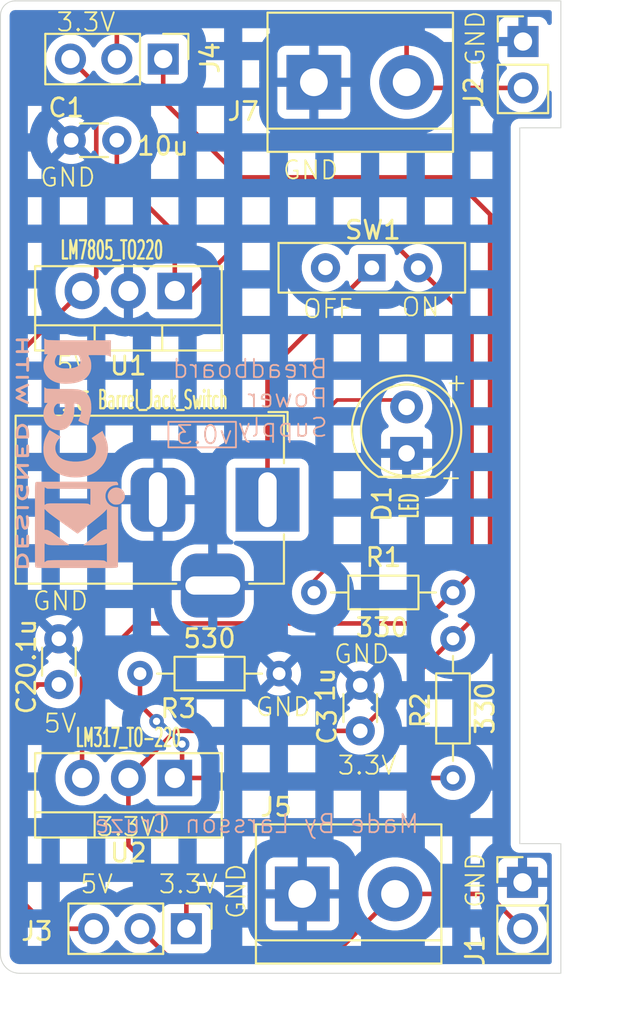
<source format=kicad_pcb>
(kicad_pcb (version 20241229) (generator "pcbnew") (generator_version "9.0")
  (title_block (rev "2"))
  (layers (0 "F.Cu" signal) (2 "B.Cu" signal) (13 "F.Paste" user) (15 "B.Paste" user) (5 "F.SilkS" user "F.Silkscreen") (7 "B.SilkS" user "B.Silkscreen") (1 "F.Mask" user) (3 "B.Mask" user) (25 "Edge.Cuts" user))
  (net 0 "")
  (net 1 "/12V")
  (net 2 "GND")
  (net 3 "/5V")
  (net 4 "/3.3V")
  (net 5 "Net-(D1-A)")
  (net 6 "/PWR_OUT_TOP")
  (net 7 "/PWR_input")
  (net 8 "Net-(U2-ADJ)")
  (net 10 "/PWR_OUT_BOTTOM")
  (footprint "Package_TO_SOT_THT:TO-220-3_Vertical" (layer "F.Cu") (at 82.55 103.505 180)
    (property "Reference" "U2" (at 2.54 -4.1 0) (layer "F.SilkS"))
    (property "Value" "LM317_TO-220" (at 2.55 2.205 0) (layer "F.SilkS") (effects (font (size 1 0.5))))
    (pad "1" thru_hole rect (at 0 0 180) (size 1.905 2) (drill 1.1) (layers "*.Cu" "*.Mask") (net 8 "Net-(U2-ADJ)"))
    (pad "2" thru_hole oval (at 2.54 0 180) (size 1.905 2) (drill 1.1) (layers "*.Cu" "*.Mask") (net 4 "/3.3V"))
    (pad "3" thru_hole oval (at 5.08 0 180) (size 1.905 2) (drill 1.1) (layers "*.Cu" "*.Mask") (net 1 "/12V"))
  )
  (footprint "TerminalBlock:TerminalBlock_bornier-2_P5.08mm" (layer "F.Cu") (at 90.17 65.405)
    (property "Reference" "J7" (at -3.87 1.595 0) (layer "F.SilkS"))
    (property "Value" "Screw_Terminal_01x02" (hide yes))
    (pad "1" thru_hole rect (at 0 0) (size 3 3) (drill 1.52) (layers "*.Cu" "*.Mask") (net 2 "GND"))
    (pad "2" thru_hole circle (at 5.08 0) (size 3 3) (drill 1.52) (layers "*.Cu" "*.Mask") (net 6 "/PWR_OUT_TOP"))
  )
  (footprint "Button_Switch_THT:SW_Slide-03_Wuerth-WS-SLTV_10x2.5x6.4_P2.54mm" (layer "F.Cu") (at 93.345 75.565)
    (property "Reference" "SW1" (at 0.055 -2.065 0) (layer "F.SilkS"))
    (property "Value" "SW_Wuerth_450301014042" (hide yes))
    (pad "1" thru_hole rect (at 0 0) (size 1.5 1.5) (drill 0.8) (layers "*.Cu" "*.Mask") (net 7 "/PWR_input"))
    (pad "2" thru_hole circle (at -2.54 0) (size 1.6 1.6) (drill 0.8) (layers "*.Cu" "*.Mask"))
    (pad "3" thru_hole circle (at 2.54 0) (size 1.6 1.6) (drill 0.8) (layers "*.Cu" "*.Mask") (net 1 "/12V"))
  )
  (footprint "Connector_PinHeader_2.54mm:PinHeader_1x03_P2.54mm_Vertical" (layer "F.Cu") (at 83.185 111.76 -90)
    (property "Reference" "J3" (at 0.14 8.185 180) (layer "F.SilkS"))
    (property "Value" "Conn_01x03_Pin" (hide yes))
    (pad "1" thru_hole rect (at 0 0 270) (size 1.7 1.7) (drill 1) (layers "*.Cu" "*.Mask") (net 4 "/3.3V"))
    (pad "2" thru_hole circle (at 0 2.54 270) (size 1.7 1.7) (drill 1) (layers "*.Cu" "*.Mask") (net 10 "/PWR_OUT_BOTTOM"))
    (pad "3" thru_hole circle (at 0 5.08 270) (size 1.7 1.7) (drill 1) (layers "*.Cu" "*.Mask") (net 3 "/5V"))
  )
  (footprint "Package_TO_SOT_THT:TO-220-3_Vertical" (layer "F.Cu") (at 82.55 76.835 180)
    (property "Reference" "U1" (at 2.55 -4.1 0) (layer "F.SilkS"))
    (property "Value" "LM7805_TO220" (at 3.45 2.235 0) (layer "F.SilkS") (effects (font (size 1 0.5))))
    (pad "1" thru_hole rect (at 0 0 180) (size 1.905 2) (drill 1.1) (layers "*.Cu" "*.Mask") (net 1 "/12V"))
    (pad "2" thru_hole oval (at 2.54 0 180) (size 1.905 2) (drill 1.1) (layers "*.Cu" "*.Mask") (net 2 "GND"))
    (pad "3" thru_hole oval (at 5.08 0 180) (size 1.905 2) (drill 1.1) (layers "*.Cu" "*.Mask") (net 3 "/5V"))
  )
  (footprint "Connector_BarrelJack:BarrelJack_Horizontal" (layer "F.Cu") (at 87.63 88.265)
    (property "Reference" "J6" (at -10.43 -5.365 0) (layer "F.SilkS"))
    (property "Value" "Barrel_Jack_Switch" (at -5.73 -5.465 0) (layer "F.SilkS") (effects (font (size 1 0.5))))
    (pad "1" thru_hole rect (at 0 0) (size 3.5 3.5) (drill oval 1 3) (layers "*.Cu" "*.Mask") (net 7 "/PWR_input"))
    (pad "2" thru_hole roundrect (at -6 0) (size 3 3.5) (drill oval 1 3) (layers "*.Cu" "*.Mask") (net 2 "GND"))
    (pad "3" thru_hole roundrect (at -3 4.7) (size 3.5 3.5) (drill oval 3 1) (layers "*.Cu" "*.Mask") (net 2 "GND"))
  )
  (footprint "Resistor_THT:R_Axial_DIN0204_L3.6mm_D1.6mm_P7.62mm_Horizontal" (layer "F.Cu") (at 97.79 103.505 90)
    (property "Reference" "R2" (at 3.705 -1.79 90) (layer "F.SilkS"))
    (property "Value" "330" (at 3.815 1.755 90) (layer "F.SilkS"))
    (pad "1" thru_hole circle (at 0 0 90) (size 1.4 1.4) (drill 0.7) (layers "*.Cu" "*.Mask") (net 8 "Net-(U2-ADJ)"))
    (pad "2" thru_hole circle (at 7.62 0 90) (size 1.4 1.4) (drill 0.7) (layers "*.Cu" "*.Mask") (net 4 "/3.3V"))
  )
  (footprint "LED_THT:LED_D5.0mm" (layer "F.Cu") (at 95.25 85.725 90)
    (property "Reference" "D1" (at -2.775 -1.35 90) (layer "F.SilkS"))
    (property "Value" "LED" (at -2.875 0.15 90) (layer "F.SilkS") (effects (font (size 1 0.5))))
    (pad "1" thru_hole rect (at 0 0 90) (size 1.8 1.8) (drill 0.9) (layers "*.Cu" "*.Mask") (net 2 "GND"))
    (pad "2" thru_hole circle (at 2.54 0 90) (size 1.8 1.8) (drill 0.9) (layers "*.Cu" "*.Mask") (net 5 "Net-(D1-A)"))
  )
  (footprint "Connector_PinHeader_2.54mm:PinHeader_1x03_P2.54mm_Vertical" (layer "F.Cu") (at 81.915 64.135 -90)
    (property "Reference" "J4" (at -0.065 -2.57 90) (layer "F.SilkS"))
    (property "Value" "Conn_01x03_Pin" (hide yes))
    (pad "1" thru_hole rect (at 0 0 270) (size 1.7 1.7) (drill 1) (layers "*.Cu" "*.Mask") (net 4 "/3.3V"))
    (pad "2" thru_hole circle (at 0 2.54 270) (size 1.7 1.7) (drill 1) (layers "*.Cu" "*.Mask") (net 6 "/PWR_OUT_TOP"))
    (pad "3" thru_hole circle (at 0 5.08 270) (size 1.7 1.7) (drill 1) (layers "*.Cu" "*.Mask") (net 3 "/5V"))
  )
  (footprint "Capacitor_THT:C_Disc_D3.0mm_W1.6mm_P2.50mm" (layer "F.Cu") (at 76.2 98.385 90)
    (property "Reference" "C2" (at -0.655 -1.775 90) (layer "F.SilkS"))
    (property "Value" "0.1u" (at 1.945 -1.775 90) (layer "F.SilkS"))
    (pad "1" thru_hole circle (at 0 0 90) (size 1.6 1.6) (drill 0.8) (layers "*.Cu" "*.Mask") (net 3 "/5V"))
    (pad "2" thru_hole circle (at 2.5 0 90) (size 1.6 1.6) (drill 0.8) (layers "*.Cu" "*.Mask") (net 2 "GND"))
  )
  (footprint "Capacitor_THT:C_Disc_D3.0mm_W1.6mm_P2.50mm" (layer "F.Cu") (at 92.71 100.925 90)
    (property "Reference" "C3" (at 0.225 -1.81 90) (layer "F.SilkS"))
    (property "Value" "1u" (at 2.525 -1.91 90) (layer "F.SilkS"))
    (pad "1" thru_hole circle (at 0 0 90) (size 1.6 1.6) (drill 0.8) (layers "*.Cu" "*.Mask") (net 4 "/3.3V"))
    (pad "2" thru_hole circle (at 2.5 0 90) (size 1.6 1.6) (drill 0.8) (layers "*.Cu" "*.Mask") (net 2 "GND"))
  )
  (footprint "Capacitor_THT:C_Disc_D3.0mm_W1.6mm_P2.50mm" (layer "F.Cu") (at 79.375 68.58 180)
    (property "Reference" "C1" (at 2.775 1.78 0) (layer "F.SilkS"))
    (property "Value" "10u" (at -2.525 -0.32 0) (layer "F.SilkS"))
    (pad "1" thru_hole circle (at 0 0 180) (size 1.6 1.6) (drill 0.8) (layers "*.Cu" "*.Mask") (net 1 "/12V"))
    (pad "2" thru_hole circle (at 2.5 0 180) (size 1.6 1.6) (drill 0.8) (layers "*.Cu" "*.Mask") (net 2 "GND"))
  )
  (footprint "Connector_PinHeader_2.54mm:PinHeader_1x02_P2.54mm_Vertical" (layer "F.Cu") (at 101.6 109.22)
    (property "Reference" "J1" (at -2.6 3.725 90) (layer "F.SilkS"))
    (property "Value" "Conn_01x02_Pin" (hide yes))
    (pad "1" thru_hole rect (at 0 0) (size 1.7 1.7) (drill 1) (layers "*.Cu" "*.Mask") (net 2 "GND"))
    (pad "2" thru_hole circle (at 0 2.54) (size 1.7 1.7) (drill 1) (layers "*.Cu" "*.Mask") (net 10 "/PWR_OUT_BOTTOM"))
  )
  (footprint "TerminalBlock:TerminalBlock_bornier-2_P5.08mm" (layer "F.Cu") (at 89.535 109.855)
    (property "Reference" "J5" (at -1.435 -4.755 0) (layer "F.SilkS"))
    (property "Value" "Screw_Terminal_01x02" (hide yes))
    (pad "1" thru_hole rect (at 0 0) (size 3 3) (drill 1.52) (layers "*.Cu" "*.Mask") (net 2 "GND"))
    (pad "2" thru_hole circle (at 5.08 0) (size 3 3) (drill 1.52) (layers "*.Cu" "*.Mask") (net 10 "/PWR_OUT_BOTTOM"))
  )
  (footprint "Connector_PinHeader_2.54mm:PinHeader_1x02_P2.54mm_Vertical" (layer "F.Cu") (at 101.625 63.175)
    (property "Reference" "J2" (at -2.7 2.78 90) (layer "F.SilkS"))
    (property "Value" "Conn_01x02_Pin" (hide yes))
    (pad "1" thru_hole rect (at 0 0) (size 1.7 1.7) (drill 1) (layers "*.Cu" "*.Mask") (net 2 "GND"))
    (pad "2" thru_hole circle (at 0 2.54) (size 1.7 1.7) (drill 1) (layers "*.Cu" "*.Mask") (net 6 "/PWR_OUT_TOP"))
  )
  (footprint "Resistor_THT:R_Axial_DIN0204_L3.6mm_D1.6mm_P7.62mm_Horizontal" (layer "F.Cu") (at 88.265 97.79 180)
    (property "Reference" "R3" (at 5.52 -1.91 0) (layer "F.SilkS"))
    (property "Value" "530" (at 3.81 1.92 0) (layer "F.SilkS"))
    (pad "1" thru_hole circle (at 0 0 180) (size 1.4 1.4) (drill 0.7) (layers "*.Cu" "*.Mask") (net 2 "GND"))
    (pad "2" thru_hole circle (at 7.62 0 180) (size 1.4 1.4) (drill 0.7) (layers "*.Cu" "*.Mask") (net 8 "Net-(U2-ADJ)"))
  )
  (footprint "Resistor_THT:R_Axial_DIN0204_L3.6mm_D1.6mm_P7.62mm_Horizontal" (layer "F.Cu") (at 90.17 93.345)
    (property "Reference" "R1" (at 3.81 -1.92 0) (layer "F.SilkS"))
    (property "Value" "330" (at 3.73 1.92 0) (layer "F.SilkS"))
    (pad "1" thru_hole circle (at 0 0) (size 1.4 1.4) (drill 0.7) (layers "*.Cu" "*.Mask") (net 5 "Net-(D1-A)"))
    (pad "2" thru_hole circle (at 7.62 0) (size 1.4 1.4) (drill 0.7) (layers "*.Cu" "*.Mask") (net 1 "/12V"))
  )
  (footprint "Symbol:KiCad-Logo2_5mm_SilkScreen" (layer "B.Cu") (at 76.835 85.725 90)
    (property "Reference" "REF**" (hide yes))
    (property "Value" "KiCad-Logo2_5mm_SilkScreen" (hide yes))
  )
  (gr_rect (start 82.2 84) (end 85.9 85.4) (stroke (width 0.1)) (fill no) (layer "B.SilkS"))
  (gr_line (start 103.7 67.9) (end 101.45 67.9) (stroke (width 0.05)) (layer "Edge.Cuts"))
  (gr_line (start 74.05 114.2) (end 103.7 114.2) (stroke (width 0.05)) (layer "Edge.Cuts"))
  (gr_line (start 101.45 67.9) (end 101.45 107.1) (stroke (width 0.05)) (layer "Edge.Cuts"))
  (gr_line (start 73.8 60.95) (end 103.7 60.95) (stroke (width 0.05)) (layer "Edge.Cuts"))
  (gr_arc (start 74.05 114.2) (mid 73.307538 113.892462) (end 73 113.15) (stroke (width 0.05)) (layer "Edge.Cuts"))
  (gr_line (start 103.7 107.1) (end 103.7 114.2) (stroke (width 0.05)) (layer "Edge.Cuts"))
  (gr_line (start 73 61.75) (end 73 113.15) (stroke (width 0.05)) (layer "Edge.Cuts"))
  (gr_arc (start 73 61.75) (mid 73.234315 61.184315) (end 73.8 60.95) (stroke (width 0.05)) (layer "Edge.Cuts"))
  (gr_line (start 103.7 107.1) (end 101.45 107.1) (stroke (width 0.05)) (layer "Edge.Cuts"))
  (gr_line (start 103.7 67.9) (end 103.7 60.95) (stroke (width 0.05)) (layer "Edge.Cuts"))
  (gr_text "GND" (at 74.7 94.4 0) (layer "F.SilkS") (effects (font (size 1 1) (thickness 0.1)) (justify left bottom)))
  (gr_text "GND" (at 86.9 100.2 0) (layer "F.SilkS") (effects (font (size 1 1) (thickness 0.1)) (justify left bottom)))
  (gr_text "OFF" (at 89.5 78.4 0) (layer "F.SilkS") (effects (font (size 1 1) (thickness 0.1)) (justify left bottom)))
  (gr_text "5V" (at 77.3 109.9 0) (layer "F.SilkS") (effects (font (size 1 1) (thickness 0.1)) (justify left bottom)))
  (gr_text "3.3V" (at 91.4 103.4 0) (layer "F.SilkS") (effects (font (size 1 1) (thickness 0.1)) (justify left bottom)))
  (gr_text "GND" (at 75.1 71.2 0) (layer "F.SilkS") (effects (font (size 1 1) (thickness 0.1)) (justify left bottom)))
  (gr_text "3.3V" (at 81.6 109.9 0) (layer "F.SilkS") (effects (font (size 1 1) (thickness 0.1)) (justify left bottom)))
  (gr_text "-" (at 97 87.6 0) (layer "F.SilkS") (effects (font (size 1 1) (thickness 0.1)) (justify left bottom)))
  (gr_text "ON" (at 94.9 78.3 0) (layer "F.SilkS") (effects (font (size 1 1) (thickness 0.1)) (justify left bottom)))
  (gr_text "GND" (at 91.2 97.3 0) (layer "F.SilkS") (effects (font (size 1 1) (thickness 0.1)) (justify left bottom)))
  (gr_text "GND" (at 99.6 64.6 90) (layer "F.SilkS") (effects (font (size 1 1) (thickness 0.1)) (justify left bottom)))
  (gr_text "GND" (at 88.4 70.8 0) (layer "F.SilkS") (effects (font (size 1 1) (thickness 0.1)) (justify left bottom)))
  (gr_text "3.3V" (at 76 62.7 0) (layer "F.SilkS") (effects (font (size 1 1) (thickness 0.1)) (justify left bottom)))
  (gr_text "+" (at 97.3 82.4 0) (layer "F.SilkS") (effects (font (size 1 1) (thickness 0.1)) (justify left bottom)))
  (gr_text "5V" (at 75.3 101.1 0) (layer "F.SilkS") (effects (font (size 1 1) (thickness 0.1)) (justify left bottom)))
  (gr_text "3.3V" (at 78.2 106.765 0) (layer "F.SilkS") (effects (font (size 1 1) (thickness 0.1)) (justify left bottom)))
  (gr_text "GND" (at 99.6 110.7 90) (layer "F.SilkS") (effects (font (size 1 1) (thickness 0.1)) (justify left bottom)))
  (gr_text "GND" (at 86.5 111.3 90) (layer "F.SilkS") (effects (font (size 1 1) (thickness 0.1)) (justify left bottom)))
  (gr_text "5V" (at 76 81.5 0) (layer "F.SilkS") (effects (font (size 1 1) (thickness 0.1)) (justify left bottom)))
  (gr_text "Breadboard\nPower\nSupply" (at 91 84.9 0) (layer "B.SilkS") (effects (font (size 1 1) (thickness 0.1)) (justify left bottom mirror)))
  (gr_text "Made By Larsson Cruze" (at 96 106.6 0) (layer "B.SilkS") (effects (font (size 1 1) (thickness 0.1)) (justify left bottom mirror)))
  (gr_text "v0.3" (at 85.8 85.3 0) (layer "B.SilkS") (effects (font (size 1 1) (thickness 0.1)) (justify left bottom mirror)))
  (segment (start 77.47 103.505) (end 77.42218 103.505) (width 0.25) (layer "F.Cu") (net 1))
  (segment (start 97.79 93.345) (end 96.094 95.041) (width 0.25) (layer "F.Cu") (net 1))
  (segment (start 98.806 92.329) (end 97.79 93.345) (width 0.25) (layer "F.Cu") (net 1))
  (segment (start 86.868 73.406) (end 93.726 73.406) (width 0.25) (layer "F.Cu") (net 1))
  (segment (start 93.726 73.406) (end 95.885 75.565) (width 0.25) (layer "F.Cu") (net 1))
  (segment (start 82.55 76.835) (end 83.439 76.835) (width 0.25) (layer "F.Cu") (net 1))
  (segment (start 95.885 75.565) (end 98.806 78.486) (width 0.25) (layer "F.Cu") (net 1))
  (segment (start 79.375 70.485) (end 82.55 73.66) (width 0.25) (layer "F.Cu") (net 1))
  (segment (start 96.094 95.041) (end 80.473 95.041) (width 0.25) (layer "F.Cu") (net 1))
  (segment (start 82.55 73.66) (end 82.55 76.835) (width 0.25) (layer "F.Cu") (net 1))
  (segment (start 83.439 76.835) (end 86.868 73.406) (width 0.25) (layer "F.Cu") (net 1))
  (segment (start 77.47 98.044) (end 77.47 103.505) (width 0.25) (layer "F.Cu") (net 1))
  (segment (start 80.473 95.041) (end 77.47 98.044) (width 0.25) (layer "F.Cu") (net 1))
  (segment (start 79.375 68.58) (end 79.375 70.485) (width 0.25) (layer "F.Cu") (net 1))
  (segment (start 98.806 78.486) (end 98.806 92.329) (width 0.25) (layer "F.Cu") (net 1))
  (segment (start 81.63 88.265) (end 81.63 89.965) (width 0.25) (layer "B.Cu") (net 2))
  (segment (start 84.63 92.965) (end 85.276 92.319) (width 0.25) (layer "B.Cu") (net 2))
  (segment (start 75.097 98.385) (end 76.2 98.385) (width 0.25) (layer "F.Cu") (net 3))
  (segment (start 74.168 80.137) (end 77.47 76.835) (width 0.25) (layer "F.Cu") (net 3))
  (segment (start 78.105 111.76) (end 75.692 111.76) (width 0.25) (layer "F.Cu") (net 3))
  (segment (start 74.168 110.236) (end 74.168 99.314) (width 0.25) (layer "F.Cu") (net 3))
  (segment (start 74.168 99.314) (end 75.097 98.385) (width 0.25) (layer "F.Cu") (net 3))
  (segment (start 74.763 98.385) (end 74.168 97.79) (width 0.25) (layer "F.Cu") (net 3))
  (segment (start 74.168 97.79) (end 74.168 80.137) (width 0.25) (layer "F.Cu") (net 3))
  (segment (start 76.835 64.135) (end 78.249 65.549) (width 0.25) (layer "F.Cu") (net 3))
  (segment (start 75.692 111.76) (end 74.168 110.236) (width 0.25) (layer "F.Cu") (net 3))
  (segment (start 78.249 76.056) (end 77.47 76.835) (width 0.25) (layer "F.Cu") (net 3))
  (segment (start 78.249 65.549) (end 78.249 76.056) (width 0.25) (layer "F.Cu") (net 3))
  (segment (start 76.2 98.385) (end 74.763 98.385) (width 0.25) (layer "F.Cu") (net 3))
  (segment (start 82.59 100.925) (end 80.01 103.505) (width 0.25) (layer "F.Cu") (net 4))
  (segment (start 92.71 100.925) (end 97.75 95.885) (width 0.25) (layer "F.Cu") (net 4))
  (segment (start 86.106 70.612) (end 97.79 70.612) (width 0.25) (layer "F.Cu") (net 4))
  (segment (start 81.915 66.421) (end 86.106 70.612) (width 0.25) (layer "F.Cu") (net 4))
  (segment (start 97.75 95.885) (end 97.79 95.885) (width 0.25) (layer "F.Cu") (net 4))
  (segment (start 99.822 72.644) (end 99.822 93.853) (width 0.25) (layer "F.Cu") (net 4))
  (segment (start 81.915 64.135) (end 81.915 66.421) (width 0.25) (layer "F.Cu") (net 4))
  (segment (start 83.185 111.76) (end 83.185 110.363) (width 0.25) (layer "F.Cu") (net 4))
  (segment (start 97.79 70.612) (end 99.822 72.644) (width 0.25) (layer "F.Cu") (net 4))
  (segment (start 99.822 93.853) (end 97.79 95.885) (width 0.25) (layer "F.Cu") (net 4))
  (segment (start 83.185 110.363) (end 80.01 107.188) (width 0.25) (layer "F.Cu") (net 4))
  (segment (start 80.01 107.188) (end 80.01 103.505) (width 0.25) (layer "F.Cu") (net 4))
  (segment (start 92.71 100.925) (end 82.59 100.925) (width 0.25) (layer "F.Cu") (net 4))
  (segment (start 94.869 82.804) (end 95.25 83.185) (width 0.2) (layer "F.Cu") (net 5))
  (segment (start 90.932 91.948) (end 90.932 83.312) (width 0.2) (layer "F.Cu") (net 5))
  (segment (start 90.932 83.312) (end 91.44 82.804) (width 0.2) (layer "F.Cu") (net 5))
  (segment (start 91.44 82.804) (end 94.869 82.804) (width 0.2) (layer "F.Cu") (net 5))
  (segment (start 90.932 91.948) (end 90.17 92.71) (width 0.2) (layer "F.Cu") (net 5))
  (segment (start 95.56 65.715) (end 95.25 65.405) (width 0.25) (layer "F.Cu") (net 6))
  (segment (start 94.234 61.976) (end 95.25 62.992) (width 0.25) (layer "F.Cu") (net 6))
  (segment (start 79.375 62.611) (end 80.01 61.976) (width 0.25) (layer "F.Cu") (net 6))
  (segment (start 80.01 61.976) (end 94.234 61.976) (width 0.25) (layer "F.Cu") (net 6))
  (segment (start 95.25 62.992) (end 95.25 65.405) (width 0.25) (layer "F.Cu") (net 6))
  (segment (start 101.625 65.715) (end 95.56 65.715) (width 0.25) (layer "F.Cu") (net 6))
  (segment (start 79.375 64.135) (end 79.375 62.611) (width 0.25) (layer "F.Cu") (net 6))
  (segment (start 87.63 81.28) (end 87.63 88.265) (width 0.25) (layer "F.Cu") (net 7))
  (segment (start 93.345 75.565) (end 87.63 81.28) (width 0.25) (layer "F.Cu") (net 7))
  (segment (start 80.645 97.79) (end 80.645 99.495) (width 0.25) (layer "F.Cu") (net 8))
  (segment (start 81.915 103.505) (end 82.55 103.505) (width 0.25) (layer "F.Cu") (net 8))
  (segment (start 97.79 103.505) (end 82.55 103.505) (width 0.25) (layer "F.Cu") (net 8))
  (segment (start 82.95 103.105) (end 82.55 103.505) (width 0.25) (layer "F.Cu") (net 8))
  (segment (start 82.95 101.65) (end 82.95 103.105) (width 0.25) (layer "F.Cu") (net 8))
  (segment (start 80.645 99.495) (end 81.55 100.4) (width 0.25) (layer "F.Cu") (net 8))
  (via (at 81.55 100.4) (size 0.8) (drill 0.4) (layers "F.Cu" "B.Cu") (net 8))
  (via (at 82.95 101.65) (size 0.8) (drill 0.4) (layers "F.Cu" "B.Cu") (net 8))
  (segment (start 81.7 100.4) (end 82.95 101.65) (width 0.25) (layer "B.Cu") (net 8))
  (segment (start 81.55 100.4) (end 81.7 100.4) (width 0.25) (layer "B.Cu") (net 8))
  (segment (start 91.186 113.284) (end 94.615 109.855) (width 0.25) (layer "F.Cu") (net 10))
  (segment (start 101.6 111.76) (end 99.695 109.855) (width 0.25) (layer "F.Cu") (net 10))
  (segment (start 99.695 109.855) (end 94.615 109.855) (width 0.25) (layer "F.Cu") (net 10))
  (segment (start 80.645 111.76) (end 82.169 113.284) (width 0.25) (layer "F.Cu") (net 10))
  (segment (start 82.169 113.284) (end 91.186 113.284) (width 0.25) (layer "F.Cu") (net 10))
  (zone (net 2) (net_name "GND") (layer "B.Cu") (connect_pads (clearance 0.5)) (min_thickness 0.25) (fill yes (mode hatch) (thermal_gap 0.5) (thermal_bridge_width 0.5) (hatch_thickness 1) (hatch_gap 1.5) (hatch_orientation 0) (hatch_border_algorithm hatch_thickness) (hatch_min_hole_area 0.3))
    (polygon (pts (xy 73.75 61.1) (xy 73.15 61.7) (xy 73.15 113.35) (xy 73.8 114) (xy 103.5 114) (xy 103.6 113.9) (xy 103.6 107.2) (xy 101.35 107.2) (xy 101.3 107.15) (xy 101.3 67.8) (xy 103.6 67.8) (xy 103.6 61.2) (xy 103.5 61.1)))
  )
)
</source>
